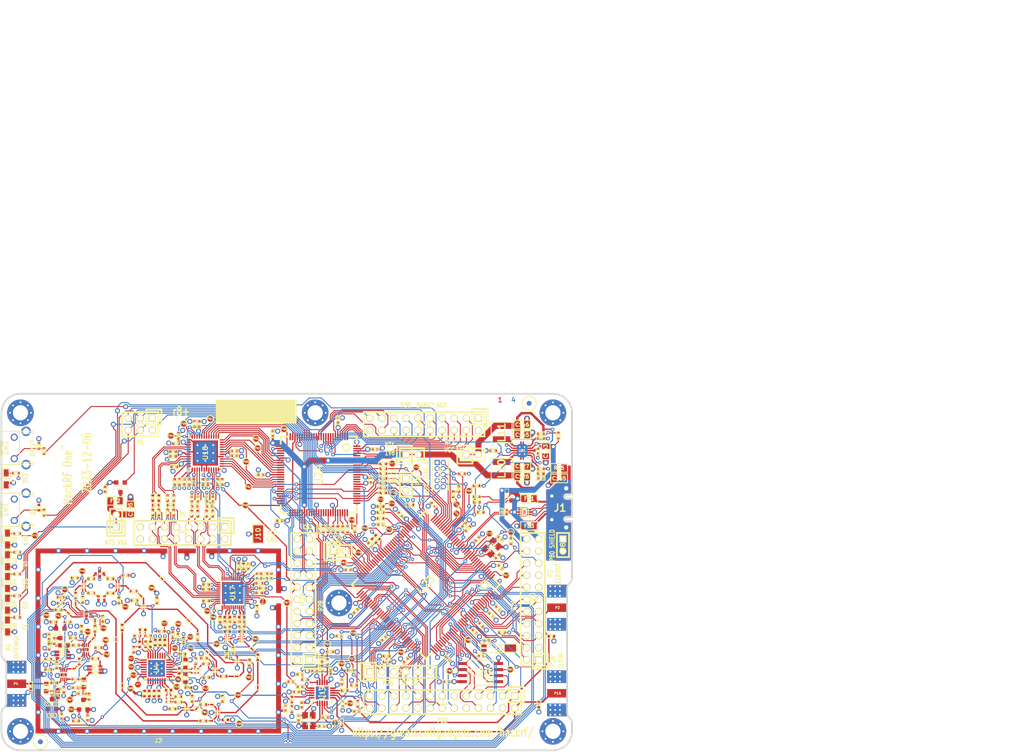
<source format=kicad_pcb>
(kicad_pcb (version 20211014) (generator pcbnew)

  (general
    (thickness 1.6116)
  )

  (paper "USLegal")
  (title_block
    (title "${TITLE}")
    (date "${DATE}")
    (rev "${VERSION}")
    (company "${COPYRIGHT}")
    (comment 1 "${LICENSE}")
  )

  (layers
    (0 "F.Cu" signal "C1F")
    (1 "In1.Cu" signal "C2")
    (2 "In2.Cu" signal "C3")
    (31 "B.Cu" signal "C4B")
    (32 "B.Adhes" user "B.Adhesive")
    (33 "F.Adhes" user "F.Adhesive")
    (34 "B.Paste" user)
    (35 "F.Paste" user)
    (36 "B.SilkS" user "B.Silkscreen")
    (37 "F.SilkS" user "F.Silkscreen")
    (38 "B.Mask" user)
    (39 "F.Mask" user)
    (41 "Cmts.User" user "User.Comments")
    (44 "Edge.Cuts" user)
    (45 "Margin" user)
    (46 "B.CrtYd" user "B.Courtyard")
    (47 "F.CrtYd" user "F.Courtyard")
    (49 "F.Fab" user)
  )

  (setup
    (stackup
      (layer "F.SilkS" (type "Top Silk Screen") (color "White"))
      (layer "F.Paste" (type "Top Solder Paste"))
      (layer "F.Mask" (type "Top Solder Mask") (color "Green") (thickness 0.0127) (material "LPI") (epsilon_r 3.8) (loss_tangent 0))
      (layer "F.Cu" (type "copper") (thickness 0.035))
      (layer "dielectric 1" (type "prepreg") (thickness 0.2104) (material "7628") (epsilon_r 4.6) (loss_tangent 0))
      (layer "In1.Cu" (type "copper") (thickness 0.0152))
      (layer "dielectric 2" (type "core") (thickness 1.065) (material "7628") (epsilon_r 4.6) (loss_tangent 0))
      (layer "In2.Cu" (type "copper") (thickness 0.0152))
      (layer "dielectric 3" (type "prepreg") (thickness 0.2104) (material "7628") (epsilon_r 4.6) (loss_tangent 0))
      (layer "B.Cu" (type "copper") (thickness 0.035))
      (layer "B.Mask" (type "Bottom Solder Mask") (color "Green") (thickness 0.0127) (material "LPI") (epsilon_r 3.8) (loss_tangent 0))
      (layer "B.Paste" (type "Bottom Solder Paste"))
      (layer "B.SilkS" (type "Bottom Silk Screen") (color "White"))
      (copper_finish "ENIG")
      (dielectric_constraints yes)
    )
    (pad_to_mask_clearance 0.05)
    (pad_to_paste_clearance_ratio -0.12)
    (pcbplotparams
      (layerselection 0x00010e8_ffffffff)
      (disableapertmacros false)
      (usegerberextensions true)
      (usegerberattributes false)
      (usegerberadvancedattributes true)
      (creategerberjobfile false)
      (svguseinch false)
      (svgprecision 6)
      (excludeedgelayer true)
      (plotframeref false)
      (viasonmask false)
      (mode 1)
      (useauxorigin false)
      (hpglpennumber 1)
      (hpglpenspeed 20)
      (hpglpendiameter 15.000000)
      (dxfpolygonmode true)
      (dxfimperialunits true)
      (dxfusepcbnewfont true)
      (psnegative false)
      (psa4output false)
      (plotreference false)
      (plotvalue false)
      (plotinvisibletext false)
      (sketchpadsonfab false)
      (subtractmaskfromsilk false)
      (outputformat 1)
      (mirror false)
      (drillshape 0)
      (scaleselection 1)
      (outputdirectory "gerbers")
    )
  )

  (property "COPYRIGHT" "Copyright 2012-2023 Great Scott Gadgets")
  (property "DATE" "2023-12-06")
  (property "LICENSE" "Licensed under the CERN-OHL-P v2")
  (property "TITLE" "HackRF One")
  (property "VERSION" "8+")

  (net 0 "")
  (net 1 "!MIX_BYPASS")
  (net 2 "!RX_AMP_PWR")
  (net 3 "!TX_AMP_PWR")
  (net 4 "!VAA_ENABLE")
  (net 5 "/baseband/CLK0")
  (net 6 "/baseband/CLK1")
  (net 7 "/baseband/CLK2")
  (net 8 "/baseband/CLK3")
  (net 9 "/baseband/CLK5")
  (net 10 "/baseband/COM")
  (net 11 "/baseband/CPOUT+")
  (net 12 "/baseband/CPOUT-")
  (net 13 "/baseband/IA+")
  (net 14 "/baseband/IA-")
  (net 15 "/baseband/ID+")
  (net 16 "/baseband/ID-")
  (net 17 "/baseband/INTR")
  (net 18 "/baseband/OEB")
  (net 19 "/baseband/QA+")
  (net 20 "/baseband/QA-")
  (net 21 "/baseband/QD+")
  (net 22 "/baseband/QD-")
  (net 23 "/baseband/REFN")
  (net 24 "/baseband/REFP")
  (net 25 "/baseband/RXBBI+")
  (net 26 "/baseband/RXBBI-")
  (net 27 "/baseband/RXBBQ+")
  (net 28 "/baseband/RXBBQ-")
  (net 29 "/baseband/TXBBI+")
  (net 30 "/baseband/TXBBI-")
  (net 31 "/baseband/TXBBQ+")
  (net 32 "/baseband/TXBBQ-")
  (net 33 "/baseband/XA")
  (net 34 "/baseband/XB")
  (net 35 "/baseband/XCVR_CLKOUT")
  (net 36 "/baseband/XTAL2")
  (net 37 "/frontend/!ANT_BIAS")
  (net 38 "/frontend/REF_IN")
  (net 39 "/frontend/RX_AMP_OUT")
  (net 40 "/frontend/TX_AMP_IN")
  (net 41 "/frontend/TX_AMP_OUT")
  (net 42 "/mcu/usb/power/ADC0_0")
  (net 43 "/mcu/usb/power/ADC0_2")
  (net 44 "/mcu/usb/power/ADC0_5")
  (net 45 "/mcu/usb/power/ADC0_6")
  (net 46 "/mcu/usb/power/B1AUX13")
  (net 47 "/mcu/usb/power/B1AUX14")
  (net 48 "/mcu/usb/power/B2AUX1")
  (net 49 "/mcu/usb/power/B2AUX10")
  (net 50 "/mcu/usb/power/B2AUX11")
  (net 51 "/mcu/usb/power/B2AUX12")
  (net 52 "/mcu/usb/power/B2AUX13")
  (net 53 "/mcu/usb/power/B2AUX14")
  (net 54 "/mcu/usb/power/B2AUX15")
  (net 55 "/mcu/usb/power/B2AUX16")
  (net 56 "/mcu/usb/power/B2AUX2")
  (net 57 "/mcu/usb/power/B2AUX3")
  (net 58 "/mcu/usb/power/B2AUX4")
  (net 59 "/mcu/usb/power/B2AUX5")
  (net 60 "/mcu/usb/power/B2AUX6")
  (net 61 "/mcu/usb/power/B2AUX7")
  (net 62 "/mcu/usb/power/B2AUX8")
  (net 63 "/mcu/usb/power/B2AUX9")
  (net 64 "/mcu/usb/power/BANK2F3M1")
  (net 65 "/mcu/usb/power/BANK2F3M10")
  (net 66 "/mcu/usb/power/BANK2F3M11")
  (net 67 "/mcu/usb/power/BANK2F3M12")
  (net 68 "/mcu/usb/power/BANK2F3M14")
  (net 69 "/mcu/usb/power/BANK2F3M15")
  (net 70 "/mcu/usb/power/BANK2F3M16")
  (net 71 "/mcu/usb/power/BANK2F3M2")
  (net 72 "/mcu/usb/power/BANK2F3M3")
  (net 73 "/mcu/usb/power/BANK2F3M4")
  (net 74 "/mcu/usb/power/BANK2F3M5")
  (net 75 "/mcu/usb/power/BANK2F3M6")
  (net 76 "/mcu/usb/power/BANK2F3M7")
  (net 77 "/mcu/usb/power/BANK2F3M8")
  (net 78 "/mcu/usb/power/BANK2F3M9")
  (net 79 "/mcu/usb/power/CPLD_TCK")
  (net 80 "/mcu/usb/power/CPLD_TDI")
  (net 81 "/mcu/usb/power/CPLD_TDO")
  (net 82 "/mcu/usb/power/CPLD_TMS")
  (net 83 "/mcu/usb/power/DBGEN")
  (net 84 "/mcu/usb/power/DM")
  (net 85 "/mcu/usb/power/DP")
  (net 86 "/mcu/usb/power/EN1V8")
  (net 87 "/mcu/usb/power/GCK0")
  (net 88 "/mcu/usb/power/GPIO3_10")
  (net 89 "/mcu/usb/power/GPIO3_11")
  (net 90 "/mcu/usb/power/GPIO3_12")
  (net 91 "/mcu/usb/power/GPIO3_13")
  (net 92 "/mcu/usb/power/GPIO3_14")
  (net 93 "/mcu/usb/power/GPIO3_15")
  (net 94 "/mcu/usb/power/GPIO3_8")
  (net 95 "/mcu/usb/power/GPIO3_9")
  (net 96 "/mcu/usb/power/GP_CLKIN")
  (net 97 "/mcu/usb/power/I2C1_SCL")
  (net 98 "/mcu/usb/power/I2C1_SDA")
  (net 99 "/mcu/usb/power/I2S0_RX_MCLK")
  (net 100 "/mcu/usb/power/I2S0_RX_SCK")
  (net 101 "/mcu/usb/power/I2S0_RX_SDA")
  (net 102 "/mcu/usb/power/I2S0_RX_WS")
  (net 103 "/mcu/usb/power/I2S0_TX_MCLK")
  (net 104 "/mcu/usb/power/I2S0_TX_SCK")
  (net 105 "/mcu/usb/power/ISP")
  (net 106 "/mcu/usb/power/LED1")
  (net 107 "/mcu/usb/power/LED2")
  (net 108 "/mcu/usb/power/LED3")
  (net 109 "/mcu/usb/power/P1_1")
  (net 110 "/mcu/usb/power/P1_2")
  (net 111 "/mcu/usb/power/P2_13")
  (net 112 "/mcu/usb/power/P2_8")
  (net 113 "/mcu/usb/power/P2_9")
  (net 114 "/mcu/usb/power/REG_OUT1")
  (net 115 "/mcu/usb/power/REG_OUT2")
  (net 116 "/mcu/usb/power/RESET")
  (net 117 "/mcu/usb/power/RREF")
  (net 118 "/mcu/usb/power/RTCX1")
  (net 119 "/mcu/usb/power/RTCX2")
  (net 120 "/mcu/usb/power/RTC_ALARM")
  (net 121 "/mcu/usb/power/SD_CD")
  (net 122 "/mcu/usb/power/SD_CLK")
  (net 123 "/mcu/usb/power/SD_CMD")
  (net 124 "/mcu/usb/power/SD_DAT0")
  (net 125 "/mcu/usb/power/SD_DAT1")
  (net 126 "/mcu/usb/power/SD_DAT2")
  (net 127 "/mcu/usb/power/SD_DAT3")
  (net 128 "/mcu/usb/power/SD_POW")
  (net 129 "/mcu/usb/power/SD_VOLT0")
  (net 130 "/mcu/usb/power/SGPIO0")
  (net 131 "/mcu/usb/power/SGPIO1")
  (net 132 "/mcu/usb/power/SGPIO10")
  (net 133 "/mcu/usb/power/SGPIO11")
  (net 134 "/mcu/usb/power/SGPIO12")
  (net 135 "/mcu/usb/power/SGPIO13")
  (net 136 "/mcu/usb/power/SGPIO14")
  (net 137 "/mcu/usb/power/SGPIO15")
  (net 138 "/mcu/usb/power/SGPIO2")
  (net 139 "/mcu/usb/power/SGPIO3")
  (net 140 "/mcu/usb/power/SGPIO4")
  (net 141 "/mcu/usb/power/SGPIO5")
  (net 142 "/mcu/usb/power/SGPIO6")
  (net 143 "/mcu/usb/power/SGPIO7")
  (net 144 "/mcu/usb/power/SGPIO9")
  (net 145 "/mcu/usb/power/SPIFI_CS")
  (net 146 "/mcu/usb/power/SPIFI_CIPO")
  (net 147 "/mcu/usb/power/SPIFI_COPI")
  (net 148 "/mcu/usb/power/SPIFI_SCK")
  (net 149 "/mcu/usb/power/SPIFI_SIO2")
  (net 150 "/mcu/usb/power/SPIFI_SIO3")
  (net 151 "/mcu/usb/power/TCK")
  (net 152 "/mcu/usb/power/TDI")
  (net 153 "/mcu/usb/power/TDO")
  (net 154 "/mcu/usb/power/TMS")
  (net 155 "/mcu/usb/power/U0_RXD")
  (net 156 "/mcu/usb/power/U0_TXD")
  (net 157 "/mcu/usb/power/USB_SHIELD")
  (net 158 "/mcu/usb/power/VBAT")
  (net 159 "/mcu/usb/power/VBUS")
  (net 160 "/mcu/usb/power/VBUSCTRL")
  (net 161 "/mcu/usb/power/VIN")
  (net 162 "/mcu/usb/power/VREGMODE")
  (net 163 "/mcu/usb/power/WAKEUP")
  (net 164 "/mcu/usb/power/XTAL1")
  (net 165 "/mcu/usb/power/XTAL2")
  (net 166 "AMP_BYPASS")
  (net 167 "CLK6")
  (net 168 "CLKIN")
  (net 169 "CLKOUT")
  (net 170 "CS_AD")
  (net 171 "CS_XCVR")
  (net 172 "DA0")
  (net 173 "DA1")
  (net 174 "DA2")
  (net 175 "DA3")
  (net 176 "DA4")
  (net 177 "DA5")
  (net 178 "DA6")
  (net 179 "DA7")
  (net 180 "DD0")
  (net 181 "DD1")
  (net 182 "DD2")
  (net 183 "DD3")
  (net 184 "DD4")
  (net 185 "DD5")
  (net 186 "DD6")
  (net 187 "DD7")
  (net 188 "DD8")
  (net 189 "DD9")
  (net 190 "GCK1")
  (net 191 "GCK2")
  (net 192 "GND")
  (net 193 "HP")
  (net 194 "LP")
  (net 195 "MCU_CLK")
  (net 196 "MIXER_ENX")
  (net 197 "MIXER_RESETX")
  (net 198 "MIXER_SCLK")
  (net 199 "MIXER_SDATA")
  (net 200 "MIX_BYPASS")
  (net 201 "MIX_CLK")
  (net 202 "RSSI")
  (net 203 "RX")
  (net 204 "RXENABLE")
  (net 205 "RX_AMP")
  (net 206 "RX_IF")
  (net 207 "RX_MIX_BP")
  (net 208 "SCL")
  (net 209 "SDA")
  (net 210 "SGPIO_CLK")
  (net 211 "SSP1_CIPO")
  (net 212 "SSP1_COPI")
  (net 213 "SSP1_SCK")
  (net 214 "TXENABLE")
  (net 215 "TX_AMP")
  (net 216 "TX_IF")
  (net 217 "TX_MIX_BP")
  (net 218 "VAA")
  (net 219 "VCC")
  (net 220 "XCVR_EN")
  (net 221 "Net-(C8-Pad2)")
  (net 222 "Net-(C9-Pad2)")
  (net 223 "Net-(C9-Pad1)")
  (net 224 "Net-(C12-Pad1)")
  (net 225 "Net-(C13-Pad1)")
  (net 226 "Net-(C14-Pad2)")
  (net 227 "Net-(C14-Pad1)")
  (net 228 "Net-(C15-Pad2)")
  (net 229 "Net-(C17-Pad2)")
  (net 230 "Net-(C17-Pad1)")
  (net 231 "Net-(C18-Pad2)")
  (net 232 "Net-(C18-Pad1)")
  (net 233 "Net-(C20-Pad2)")
  (net 234 "Net-(C20-Pad1)")
  (net 235 "Net-(C21-Pad2)")
  (net 236 "Net-(C21-Pad1)")
  (net 237 "Net-(C23-Pad2)")
  (net 238 "Net-(C23-Pad1)")
  (net 239 "Net-(C25-Pad1)")
  (net 240 "Net-(C26-Pad2)")
  (net 241 "Net-(C26-Pad1)")
  (net 242 "Net-(C27-Pad2)")
  (net 243 "Net-(C27-Pad1)")
  (net 244 "Net-(C28-Pad2)")
  (net 245 "Net-(C28-Pad1)")
  (net 246 "Net-(C31-Pad2)")
  (net 247 "Net-(C31-Pad1)")
  (net 248 "Net-(C32-Pad2)")
  (net 249 "Net-(C32-Pad1)")
  (net 250 "Net-(C43-Pad2)")
  (net 251 "Net-(C43-Pad1)")
  (net 252 "Net-(C44-Pad2)")
  (net 253 "Net-(C44-Pad1)")
  (net 254 "Net-(C46-Pad2)")
  (net 255 "Net-(C46-Pad1)")
  (net 256 "Net-(C48-Pad1)")
  (net 257 "Net-(C49-Pad2)")
  (net 258 "Net-(C50-Pad1)")
  (net 259 "Net-(C51-Pad2)")
  (net 260 "Net-(C51-Pad1)")
  (net 261 "Net-(C163-Pad2)")
  (net 262 "Net-(C58-Pad2)")
  (net 263 "Net-(C59-Pad2)")
  (net 264 "Net-(C61-Pad2)")
  (net 265 "Net-(C61-Pad1)")
  (net 266 "Net-(C62-Pad2)")
  (net 267 "Net-(C64-Pad2)")
  (net 268 "Net-(C64-Pad1)")
  (net 269 "Net-(C99-Pad2)")
  (net 270 "Net-(C99-Pad1)")
  (net 271 "Net-(C102-Pad2)")
  (net 272 "Net-(C102-Pad1)")
  (net 273 "Net-(C104-Pad2)")
  (net 274 "Net-(C104-Pad1)")
  (net 275 "Net-(C105-Pad1)")
  (net 276 "Net-(C106-Pad1)")
  (net 277 "Net-(C111-Pad2)")
  (net 278 "Net-(C111-Pad1)")
  (net 279 "Net-(C114-Pad2)")
  (net 280 "Net-(C114-Pad1)")
  (net 281 "Net-(C125-Pad2)")
  (net 282 "Net-(C160-Pad1)")
  (net 283 "Net-(D2-Pad2)")
  (net 284 "Net-(D4-Pad2)")
  (net 285 "Net-(D5-Pad2)")
  (net 286 "Net-(D6-Pad2)")
  (net 287 "Net-(D7-Pad2)")
  (net 288 "Net-(D8-Pad2)")
  (net 289 "Net-(FB1-Pad1)")
  (net 290 "Net-(FB2-Pad1)")
  (net 291 "Net-(FB3-Pad1)")
  (net 292 "Net-(J1-Pad4)")
  (net 293 "Net-(J1-Pad3)")
  (net 294 "Net-(J1-Pad2)")
  (net 295 "Net-(L1-Pad2)")
  (net 296 "Net-(L1-Pad1)")
  (net 297 "Net-(L2-Pad1)")
  (net 298 "Net-(L3-Pad1)")
  (net 299 "Net-(L10-Pad1)")
  (net 300 "Net-(L11-Pad2)")
  (net 301 "Net-(D10-Pad1)")
  (net 302 "Net-(P6-Pad1)")
  (net 303 "Net-(P7-Pad1)")
  (net 304 "Net-(P17-Pad1)")
  (net 305 "Net-(P19-Pad1)")
  (net 306 "Net-(P24-Pad1)")
  (net 307 "Net-(R4-Pad2)")
  (net 308 "Net-(R30-Pad2)")
  (net 309 "Net-(R19-Pad2)")
  (net 310 "Net-(R51-Pad1)")
  (net 311 "Net-(R52-Pad2)")
  (net 312 "Net-(R55-Pad2)")
  (net 313 "Net-(R62-Pad1)")
  (net 314 "/frontend/RX_AMP_IN")
  (net 315 "+1V8")
  (net 316 "unconnected-(P25-Pad3)")
  (net 317 "unconnected-(P26-Pad7)")
  (net 318 "unconnected-(U4-Pad1)")
  (net 319 "unconnected-(U4-Pad2)")
  (net 320 "unconnected-(U4-Pad3)")
  (net 321 "unconnected-(U4-Pad11)")
  (net 322 "unconnected-(U4-Pad13)")
  (net 323 "unconnected-(U4-Pad14)")
  (net 324 "unconnected-(U4-Pad17)")
  (net 325 "unconnected-(U4-Pad18)")
  (net 326 "unconnected-(U4-Pad20)")
  (net 327 "unconnected-(U4-Pad21)")
  (net 328 "unconnected-(U9-Pad2)")
  (net 329 "unconnected-(U12-Pad2)")
  (net 330 "unconnected-(U14-Pad2)")
  (net 331 "unconnected-(U15-Pad4)")
  (net 332 "unconnected-(U15-Pad6)")
  (net 333 "unconnected-(U17-Pad3)")
  (net 334 "unconnected-(U17-Pad6)")
  (net 335 "unconnected-(U17-Pad8)")
  (net 336 "unconnected-(U17-Pad9)")
  (net 337 "unconnected-(U17-Pad12)")
  (net 338 "unconnected-(U17-Pad14)")
  (net 339 "unconnected-(U17-Pad18)")
  (net 340 "unconnected-(U17-Pad33)")
  (net 341 "unconnected-(U17-Pad34)")
  (net 342 "unconnected-(U17-Pad40)")
  (net 343 "unconnected-(U18-Pad38)")
  (net 344 "unconnected-(U23-Pad85)")
  (net 345 "unconnected-(U23-Pad89)")
  (net 346 "unconnected-(U23-Pad90)")
  (net 347 "unconnected-(U24-Pad14)")
  (net 348 "unconnected-(U24-Pad15)")
  (net 349 "unconnected-(U24-Pad16)")
  (net 350 "unconnected-(U24-Pad20)")
  (net 351 "unconnected-(U24-Pad25)")
  (net 352 "unconnected-(U24-Pad44)")
  (net 353 "unconnected-(U24-Pad46)")
  (net 354 "unconnected-(U24-Pad49)")
  (net 355 "unconnected-(U24-Pad50)")
  (net 356 "unconnected-(U24-Pad52)")
  (net 357 "unconnected-(U24-Pad53)")
  (net 358 "unconnected-(U24-Pad54)")
  (net 359 "unconnected-(U24-Pad58)")
  (net 360 "unconnected-(U24-Pad59)")
  (net 361 "unconnected-(U24-Pad60)")
  (net 362 "unconnected-(U24-Pad63)")
  (net 363 "unconnected-(U24-Pad65)")
  (net 364 "unconnected-(U24-Pad66)")
  (net 365 "unconnected-(U24-Pad68)")
  (net 366 "unconnected-(U24-Pad73)")
  (net 367 "unconnected-(U24-Pad75)")
  (net 368 "unconnected-(U24-Pad80)")
  (net 369 "unconnected-(U24-Pad82)")
  (net 370 "unconnected-(U24-Pad85)")
  (net 371 "unconnected-(U24-Pad86)")
  (net 372 "unconnected-(U24-Pad87)")
  (net 373 "unconnected-(U24-Pad93)")
  (net 374 "unconnected-(U24-Pad95)")
  (net 375 "unconnected-(U24-Pad96)")
  (net 376 "Net-(D10-Pad2)")
  (net 377 "Net-(Q1-Pad3)")
  (net 378 "Net-(Q2-Pad3)")

  (footprint "gsg-modules:LTST-S220" (layer "F.Cu") (at 61.27 148.838 -90))

  (footprint "gsg-modules:LTST-S220" (layer "F.Cu") (at 61.27 139.694 -90))

  (footprint "gsg-modules:LTST-S220" (layer "F.Cu") (at 61.27 130.55 -90))

  (footprint "gsg-modules:LTST-S220" (layer "F.Cu") (at 61.27 144.266 -90))

  (footprint "gsg-modules:LTST-S220" (layer "F.Cu") (at 61.27 135.122 -90))

  (footprint "GSG-TESTPOINT-30MIL-MASKONLY" (layer "F.Cu") (at 89.31402 142.49908))

  (footprint "GSG-TESTPOINT-30MIL-MASKONLY" (layer "F.Cu") (at 84.1046 151.6574))

  (footprint "GSG-TESTPOINT-30MIL-MASKONLY" (layer "F.Cu") (at 75.57516 144.21358))

  (footprint "GSG-TESTPOINT-30MIL-MASKONLY" (layer "F.Cu") (at 74.0537 146.1516))

  (footprint "GSG-TESTPOINT-30MIL-MASKONLY" (layer "F.Cu") (at 93.782 138.932))

  (footprint "GSG-TESTPOINT-30MIL-MASKONLY" (layer "F.Cu") (at 85.4 161.3602))

  (footprint "GSG-TESTPOINT-30MIL-MASKONLY" (layer "F.Cu") (at 75.33894 157.8483))

  (footprint "GSG-TESTPOINT-30MIL-MASKONLY" (layer "F.Cu") (at 79.28 151.506))

  (footprint "GSG-TESTPOINT-30MIL-MASKONLY" (layer "F.Cu") (at 113.919 161.74974))

  (footprint "GSG-TESTPOINT-30MIL-MASKONLY" (layer "F.Cu") (at 104.11206 168.79824))

  (footprint "GSG-TESTPOINT-30MIL-MASKONLY" (layer "F.Cu") (at 104.25176 165.37432))

  (footprint "GSG-TESTPOINT-30MIL-MASKONLY" (layer "F.Cu") (at 101.0158 166.26332))

  (footprint "GSG-TESTPOINT-30MIL-MASKONLY" (layer "F.Cu") (at 79.6671 147.71116))

  (footprint "GSG-TESTPOINT-30MIL-MASKONLY" (layer "F.Cu") (at 109.47654 159.42564))

  (footprint "GSG-TESTPOINT-30MIL-MASKONLY" (layer "F.Cu") (at 99.36226 147.6883))

  (footprint "GSG-TESTPOINT-30MIL-MASKONLY" (layer "F.Cu") (at 103.23068 154.2796))

  (footprint "GSG-TESTPOINT-30MIL-MASKONLY" (layer "F.Cu") (at 112.71504 153.71064))

  (footprint "gsg-modules:LTST-S220" (layer "F.Cu") (at 61 117.9 -90))

  (footprint "GSG-MARK1MM" (layer "F.Cu") (at 171 102))

  (footprint "hackrf:GSG-0402" (layer "F.Cu") (at 91.0964 163.0468 -90))

  (footprint "hackrf:GSG-0402" (layer "F.Cu") (at 90.0804 163.0468 -90))

  (footprint "hackrf:GSG-0402" (layer "F.Cu") (at 93.1284 163.0468 -90))

  (footprint "hackrf:GSG-0402" (layer "F.Cu") (at 92.1124 163.0468 -90))

  (footprint "hackrf:GSG-0402" (layer "F.Cu") (at 92.341 152.328 90))

  (footprint "hackrf:GSG-0402" (layer "F.Cu") (at 93.357 152.328 90))

  (footprint "hackrf:GSG-0402" (layer "F.Cu") (at 107.084 168.5762 180))

  (footprint "hackrf:GSG-0402" (layer "F.Cu") (at 113.919 155.448 -90))

  (footprint "hackrf:GSG-0402" (layer "F.Cu") (at 85.4 149.1682 90))

  (footprint "hackrf:GSG-0402" (layer "F.Cu") (at 87.9808 143.4816))

  (footprint "hackrf:GSG-0402" (layer "F.Cu") (at 84.7138 143.4622 90))

  (footprint "hackrf:GSG-0402" (layer "F.Cu") (at 87.7944 153.8266 -90))

  (footprint "hackrf:GSG-0402" (layer "F.Cu") (at 88.5564 150.9056 180))

  (footprint "hackrf:GSG-0402" (layer "F.Cu") (at 90.3344 152.6836 90))

  (footprint "hackrf:GSG-0402" (layer "F.Cu") (at 90.8424 150.9056))

  (footprint "hackrf:GSG-0402" (layer "F.Cu") (at 106.4998 164.1566 90))

  (footprint "hackrf:GSG-0402" (layer "F.Cu") (at 82.9358 141.9382))

  (footprint "hackrf:GSG-0402" (layer "F.Cu") (at 78.8718 141.9382))

  (footprint "hackrf:GSG-0402" (layer "F.Cu") (at 77.0938 143.3352 90))

  (footprint "hackrf:GSG-0402" (layer "F.Cu") (at 87.8078 141.5288))

  (footprint "hackrf:GSG-0402" (layer "F.Cu") (at 102.4382 165.3794 180))

  (footprint "hackrf:GSG-0402" (layer "F.Cu") (at 95.9732 166.2726))

  (footprint "hackrf:GSG-0402" (layer "F.Cu") (at 101.2698 151.1808 90))

  (footprint "hackrf:GSG-0402" (layer "F.Cu") (at 92.6798 143.4816 -90))

  (footprint "hackrf:GSG-0402" (layer "F.Cu") (at 97.1924 163.7326))

  (footprint "hackrf:GSG-0402" (layer "F.Cu") (at 78.8718 138.8902 180))

  (footprint "hackrf:GSG-0402" (layer "F.Cu") (at 82.9358 138.8902))

  (footprint "hackrf:GSG-0402" (layer "F.Cu") (at 97.1924 164.8756))

  (footprint "hackrf:GSG-0402" (layer "F.Cu") (at 75.4174 138.7124 180))

  (footprint "hackrf:GSG-0402" (layer "F.Cu") (at 86.1 138.2))

  (footprint "hackrf:GSG-0402" (layer "F.Cu") (at 75.5952 142.4462 90))

  (footprint "hackrf:GSG-0402" (layer "F.Cu") (at 102.4382 168.8084 180))

  (footprint "hackrf:GSG-0402" (layer "F.Cu") (at 100.1134 164.139 90))

  (footprint "hackrf:GSG-0402" (layer "F.Cu") (at 98.31 151.9216 90))

  (footprint "hackrf:GSG-0402" (layer "F.Cu") (at 97.167 151.1596 90))

  (footprint "hackrf:GSG-0402" (layer "F.Cu") (at 96.024 150.7786 90))

  (footprint "hackrf:GSG-0402" (layer "F.Cu") (at 93.738 149.915 180))

  (footprint "hackrf:GSG-0402" (layer "F.Cu") (at 72.4456 142.8272))

  (footprint "hackrf:GSG-0402" (layer "F.Cu") (at 81.3054 147.3454 90))

  (footprint "hackrf:GSG-0402" (layer "F.Cu") (at 72.4456 144.0718))

  (footprint "hackrf:GSG-0402" (layer "F.Cu") (at 99.326 161.8276))

  (footprint "hackrf:GSG-0402" (layer "F.Cu") (at 98.056 154.7156 180))

  (footprint "hackrf:GSG-0402" (layer "F.Cu") (at 72.009 145.415 180))

  (footprint "hackrf:GSG-0402" (layer "F.Cu") (at 79.6798 149.4282 90))

  (footprint "hackrf:GSG-0402" (layer "F.Cu") (at 102.5906 155.6512))

  (footprint "hackrf:GSG-0402" (layer "F.Cu") (at 103.0478 156.7942 180))

  (footprint "hackrf:GSG-0402" (layer "F.Cu") (at 112.1664 156.5656 90))

  (footprint "hackrf:GSG-0402" (layer "F.Cu") (at 108.7374 154.0002 90))

  (footprint "hackrf:GSG-0402" (layer "F.Cu") (at 100.85 156.2396 -90))

  (footprint "hackrf:GSG-0402" (layer "F.Cu") (at 75.678 152.92))

  (footprint "hackrf:GSG-0402" (layer "F.Cu") (at 106.7414 159.434 180))

  (footprint "hackrf:GSG-0402" (layer "F.Cu") (at 70 153.2 -90))

  (footprint "hackrf:GSG-0402" (layer "F.Cu") (at 70.9474 147.9998 180))

  (footprint "hackrf:GSG-0402" (layer "F.Cu") (at 103.124 159.6644 180))

  (footprint "hackrf:GSG-0402" (layer "F.Cu") (at 80.377 153.428))

  (footprint "hackrf:GSG-0402" (layer "F.Cu") (at 107.3912 154.8638 90))

  (footprint "hackrf:GSG-0402" (layer "F.Cu") (at 76.835 149.4282 90))

  (footprint "hackrf:GSG-0402" (layer "F.Cu") (at 71.614 157.111 90))

  (footprint "hackrf:GSG-0402" (layer "F.Cu") (at 79.742 155.714))

  (footprint "hackrf:GSG-0402" (layer "F.Cu") (at 75.043 151.396))

  (footprint "hackrf:GSG-0402" (layer "F.Cu") (at 76.3638 156.3236 90))

  (footprint "hackrf:GSG-0402" (layer "F.Cu") (at 75.551 160.032))

  (footprint "hackrf:GSG-0402" (layer "F.Cu") (at 73.0872 162.2418 -90))

  (footprint "hackrf:GSG-0402" (layer "F.Cu") (at 71.13 160.81 180))

  (footprint "hackrf:GSG-0402" (layer "F.Cu") (at 69.836 158))

  (footprint "hackrf:GSG-0402" (layer "F.Cu") (at 69.836 155.841))

  (footprint "hackrf:GSG-0402" (layer "F.Cu") (at 121.0802 164.2964 -90))

  (footprint "hackrf:GSG-0402" (layer "F.Cu") (at 127.4624 155.7214 90))

  (footprint "hackrf:GSG-0402" (layer "F.Cu") (at 129.088 154.2736))

  (footprint "hackrf:GSG-0402" (layer "F.Cu") (at 121.0802 166.3284 -90))

  (footprint "hackrf:GSG-0402" (layer "F.Cu") (at 100.4824 118.5578 -90))

  (footprint "hackrf:GSG-0402" (layer "F.Cu") (at 99.4664 118.5578 -90))

  (footprint "hackrf:GSG-0402" (layer "F.Cu") (at 103.4034 118.5578 -90))

  (footprint "hackrf:GSG-0402" (layer "F.Cu") (at 102.3874 118.5578 -90))

  (footprint "hackrf:GSG-0402" (layer "F.Cu") (at 105.4354 118.5578 -90))

  (footprint "hackrf:GSG-0402" (layer "F.Cu") (at 106.4514 118.5578 -90))

  (footprint "hackrf:GSG-0402" (layer "F.Cu") (at 101.6254 106.3658 90))

  (footprint "hackrf:GSG-0402" (layer "F.Cu") (at 100.6094 106.3658 90))

  (footprint "hackrf:GSG-0402" (layer "F.Cu") (at 96.7359 110.4933 180))

  (footprint "hackrf:GSG-0402" (layer "F.Cu")
    (tedit 4FB6CFE4) (tstamp 00000000-0000-0000-0000-00005787e27a)
    (at 97.2439 108.8423 90)
    (property "Description" "CAP CER 2.2UF 10V 20% X5R 0402")
    (property "Manufacturer" "Taiyo Yuden")
    (property "Part Number" "LMK105BJ225MV-F")
    (property "Sheetfile" "baseband.kic
... [4439187 chars truncated]
</source>
